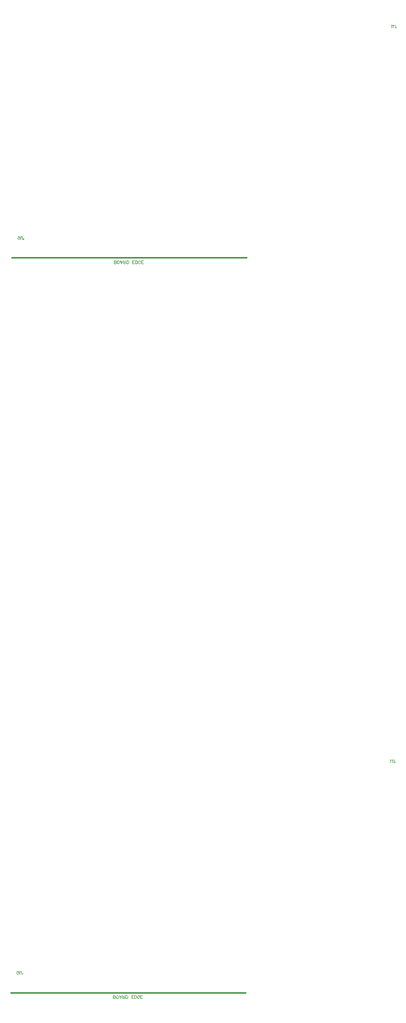
<source format=gbr>
G04 DipTrace 2.4.0.2*
%INBottomAssy.gbr*%
%MOIN*%
%ADD10C,0.0098*%
%ADD12C,0.003*%
%FSLAX44Y44*%
G04*
G70*
G90*
G75*
G01*
%LNBotAssy*%
%LPD*%
X13327Y46870D2*
D10*
X28886D1*
X13264Y-1642D2*
X28823D1*
X38668Y62261D2*
D12*
Y62108D1*
X38678Y62080D1*
X38687Y62070D1*
X38706Y62060D1*
X38726D1*
X38745Y62070D1*
X38754Y62080D1*
X38764Y62108D1*
Y62127D1*
X38606Y62223D2*
X38587Y62233D1*
X38558Y62261D1*
Y62060D1*
X38497Y62223D2*
X38477Y62233D1*
X38449Y62261D1*
Y62060D1*
X14041Y48301D2*
Y48148D1*
X14050Y48119D1*
X14060Y48110D1*
X14079Y48100D1*
X14098D1*
X14117Y48110D1*
X14127Y48119D1*
X14137Y48148D1*
Y48167D1*
X13979Y48262D2*
X13960Y48272D1*
X13931Y48301D1*
Y48100D1*
X13755Y48272D2*
X13764Y48291D1*
X13793Y48301D1*
X13812D1*
X13841Y48291D1*
X13860Y48262D1*
X13869Y48215D1*
Y48167D1*
X13860Y48129D1*
X13841Y48109D1*
X13812Y48100D1*
X13802D1*
X13774Y48109D1*
X13755Y48129D1*
X13745Y48157D1*
Y48167D1*
X13755Y48196D1*
X13774Y48215D1*
X13802Y48224D1*
X13812D1*
X13841Y48215D1*
X13860Y48196D1*
X13869Y48167D1*
X38605Y13750D2*
Y13597D1*
X38615Y13568D1*
X38624Y13558D1*
X38643Y13549D1*
X38663D1*
X38682Y13558D1*
X38691Y13568D1*
X38701Y13597D1*
Y13616D1*
X38543Y13711D2*
X38524Y13721D1*
X38495Y13749D1*
Y13549D1*
X38434Y13711D2*
X38414Y13721D1*
X38386Y13749D1*
Y13549D1*
X13978Y-211D2*
Y-364D1*
X13987Y-393D1*
X13997Y-402D1*
X14016Y-412D1*
X14035D1*
X14054Y-402D1*
X14064Y-393D1*
X14074Y-364D1*
Y-345D1*
X13916Y-250D2*
X13897Y-240D1*
X13868Y-211D1*
Y-412D1*
X13692Y-240D2*
X13701Y-221D1*
X13730Y-211D1*
X13749D1*
X13778Y-221D1*
X13797Y-250D1*
X13806Y-297D1*
Y-345D1*
X13797Y-383D1*
X13778Y-402D1*
X13749Y-412D1*
X13739D1*
X13711Y-402D1*
X13692Y-383D1*
X13682Y-355D1*
Y-345D1*
X13692Y-316D1*
X13711Y-297D1*
X13739Y-288D1*
X13749D1*
X13778Y-297D1*
X13797Y-316D1*
X13806Y-345D1*
X20111Y46487D2*
Y46688D1*
X20197D1*
X20226Y46678D1*
X20236Y46669D1*
X20245Y46650D1*
Y46621D1*
X20236Y46602D1*
X20226Y46592D1*
X20197Y46583D1*
X20226Y46573D1*
X20236Y46564D1*
X20245Y46545D1*
Y46525D1*
X20236Y46506D1*
X20226Y46497D1*
X20197Y46487D1*
X20111D1*
Y46583D2*
X20197D1*
X20364Y46487D2*
X20345Y46497D1*
X20326Y46516D1*
X20316Y46535D1*
X20307Y46564D1*
Y46612D1*
X20316Y46640D1*
X20326Y46659D1*
X20345Y46678D1*
X20364Y46688D1*
X20403D1*
X20422Y46678D1*
X20441Y46659D1*
X20450Y46640D1*
X20460Y46612D1*
Y46564D1*
X20450Y46535D1*
X20441Y46516D1*
X20422Y46497D1*
X20403Y46487D1*
X20364D1*
X20675Y46688D2*
X20598Y46487D1*
X20522Y46688D1*
X20550Y46621D2*
X20646D1*
X20737Y46583D2*
X20823D1*
X20851Y46573D1*
X20861Y46564D1*
X20871Y46545D1*
Y46525D1*
X20861Y46506D1*
X20851Y46497D1*
X20823Y46487D1*
X20737D1*
Y46688D1*
X20804Y46583D2*
X20871Y46688D1*
X20932Y46487D2*
Y46688D1*
X20999D1*
X21028Y46678D1*
X21047Y46659D1*
X21057Y46640D1*
X21066Y46612D1*
Y46564D1*
X21057Y46535D1*
X21047Y46516D1*
X21028Y46497D1*
X20999Y46487D1*
X20932D1*
X21447D2*
X21323D1*
Y46688D1*
X21447D1*
X21323Y46583D2*
X21399D1*
X21509Y46487D2*
Y46688D1*
X21576D1*
X21604Y46678D1*
X21623Y46659D1*
X21633Y46640D1*
X21642Y46612D1*
Y46564D1*
X21633Y46535D1*
X21623Y46516D1*
X21604Y46497D1*
X21576Y46487D1*
X21509D1*
X21848Y46535D2*
X21838Y46516D1*
X21819Y46497D1*
X21800Y46487D1*
X21762D1*
X21743Y46497D1*
X21723Y46516D1*
X21714Y46535D1*
X21704Y46564D1*
Y46612D1*
X21714Y46640D1*
X21723Y46659D1*
X21743Y46678D1*
X21762Y46688D1*
X21800D1*
X21819Y46678D1*
X21838Y46659D1*
X21848Y46640D1*
Y46612D1*
X21800D1*
X22034Y46487D2*
X21909D1*
Y46688D1*
X22034D1*
X21909Y46583D2*
X21986D1*
X20048Y-2025D2*
Y-1824D1*
X20134D1*
X20163Y-1833D1*
X20173Y-1843D1*
X20182Y-1862D1*
Y-1891D1*
X20173Y-1910D1*
X20163Y-1919D1*
X20134Y-1929D1*
X20163Y-1939D1*
X20173Y-1948D1*
X20182Y-1967D1*
Y-1986D1*
X20173Y-2005D1*
X20163Y-2015D1*
X20134Y-2025D1*
X20048D1*
Y-1929D2*
X20134D1*
X20301Y-2025D2*
X20282Y-2015D1*
X20263Y-1996D1*
X20253Y-1977D1*
X20244Y-1948D1*
Y-1900D1*
X20253Y-1872D1*
X20263Y-1852D1*
X20282Y-1833D1*
X20301Y-1824D1*
X20340D1*
X20359Y-1833D1*
X20378Y-1852D1*
X20387Y-1872D1*
X20397Y-1900D1*
Y-1948D1*
X20387Y-1977D1*
X20378Y-1996D1*
X20359Y-2015D1*
X20340Y-2025D1*
X20301D1*
X20612Y-1824D2*
X20535Y-2025D1*
X20459Y-1824D1*
X20487Y-1891D2*
X20583D1*
X20674Y-1929D2*
X20760D1*
X20788Y-1939D1*
X20798Y-1948D1*
X20808Y-1967D1*
Y-1986D1*
X20798Y-2005D1*
X20788Y-2015D1*
X20760Y-2025D1*
X20674D1*
Y-1824D1*
X20741Y-1929D2*
X20808Y-1824D1*
X20869Y-2025D2*
Y-1824D1*
X20936D1*
X20965Y-1833D1*
X20984Y-1852D1*
X20994Y-1872D1*
X21003Y-1900D1*
Y-1948D1*
X20994Y-1977D1*
X20984Y-1996D1*
X20965Y-2015D1*
X20936Y-2025D1*
X20869D1*
X21384D2*
X21260D1*
Y-1824D1*
X21384D1*
X21260Y-1929D2*
X21336D1*
X21446Y-2025D2*
Y-1824D1*
X21513D1*
X21541Y-1833D1*
X21560Y-1852D1*
X21570Y-1872D1*
X21580Y-1900D1*
Y-1948D1*
X21570Y-1977D1*
X21560Y-1996D1*
X21541Y-2015D1*
X21513Y-2025D1*
X21446D1*
X21785Y-1977D2*
X21775Y-1996D1*
X21756Y-2015D1*
X21737Y-2025D1*
X21699D1*
X21680Y-2015D1*
X21660Y-1996D1*
X21651Y-1977D1*
X21641Y-1948D1*
Y-1900D1*
X21651Y-1872D1*
X21660Y-1852D1*
X21680Y-1833D1*
X21699Y-1824D1*
X21737D1*
X21756Y-1833D1*
X21775Y-1852D1*
X21785Y-1872D1*
Y-1900D1*
X21737D1*
X21971Y-2025D2*
X21846D1*
X21847Y-1824D1*
X21971D1*
X21846Y-1929D2*
X21923D1*
M02*

</source>
